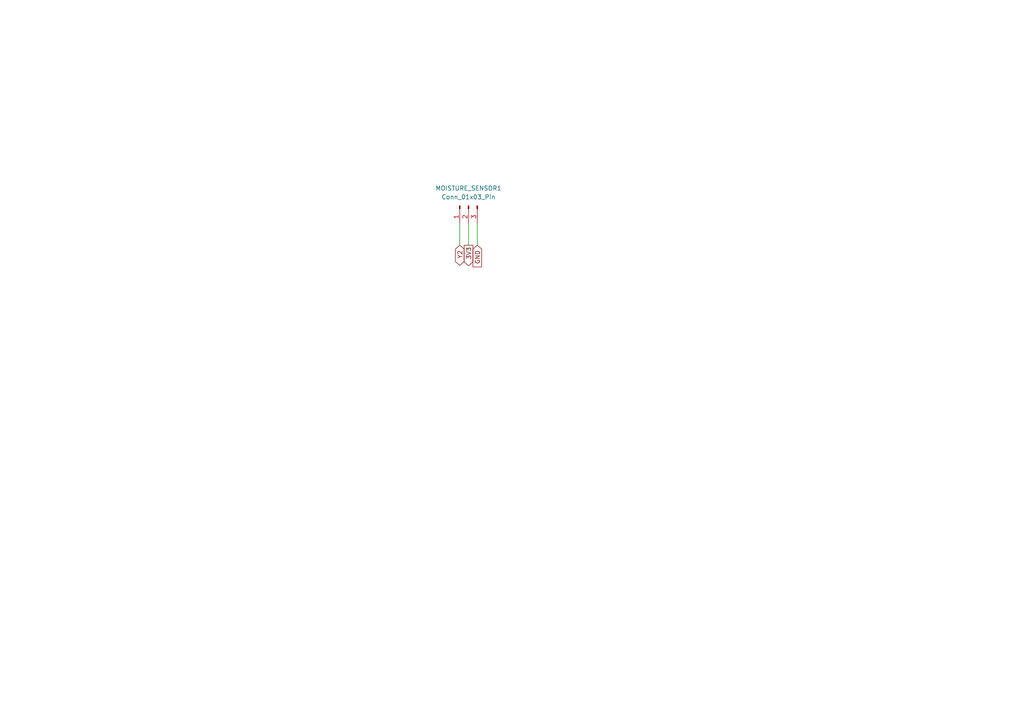
<source format=kicad_sch>
(kicad_sch (version 20231120) (generator "eeschema") (generator_version "8.0")
  (paper "A4")
  (lib_symbols
    (symbol "Connector:Conn_01x03_Pin" (pin_names (offset 1.016) hide)
      (property "Reference" "J" (at 0 5.08 0))
      (property "Value" "Conn_01x03_Pin" (at 0 -5.08 0))
      (symbol "Conn_01x03_Pin_1_1"
        (polyline (pts (xy 1.27 -2.54) (xy 0.8636 -2.54)) (stroke (width 0.1524)))
        (polyline (pts (xy 1.27 0) (xy 0.8636 0)) (stroke (width 0.1524)))
        (polyline (pts (xy 1.27 2.54) (xy 0.8636 2.54)) (stroke (width 0.1524)))
        (rectangle (start 0.8636 -2.413) (end 0 -2.667) (stroke (width 0.1524)) (fill (type outline)))
        (rectangle (start 0.8636 0.127) (end 0 -0.127) (stroke (width 0.1524)) (fill (type outline)))
        (rectangle (start 0.8636 2.667) (end 0 2.413) (stroke (width 0.1524)) (fill (type outline)))
        (pin passive line (at 5.08 2.54 180) (length 3.81) (name "Pin_1") (number "1"))
        (pin passive line (at 5.08 0 180) (length 3.81) (name "Pin_2") (number "2"))
        (pin passive line (at 5.08 -2.54 180) (length 3.81) (name "Pin_3") (number "3"))
      )
    )
  )
  (wire (pts (xy 133.35 64.77) (xy 133.35 71.12)))
  (wire (pts (xy 138.43 64.77) (xy 138.43 71.12)))
  (wire (pts (xy 135.89 64.77) (xy 135.89 71.12)))
  (global_label "GND" (shape input) (at 138.43 71.12 270) (property "Intersheetrefs" "${INTERSHEET_REFS}" (effects (hide yes))))
  (global_label "Y2" (shape bidirectional) (at 133.35 71.12 270) (property "Intersheetrefs" "${INTERSHEET_REFS}" (effects (hide yes))))
  (global_label "3V3" (shape output) (at 135.89 71.12 270) (property "Intersheetrefs" "${INTERSHEET_REFS}" (effects (hide yes))))
  (symbol (lib_id "Connector:Conn_01x03_Pin") (at 135.89 59.69 90) (mirror x) (unit 1)
    (property "Reference" "MOISTURE_SENSOR1" (at 135.89 54.61 90))
    (property "Value" "Conn_01x03_Pin" (at 135.89 57.15 90))
    (property "Footprint" "Connector_PinHeader_2.54mm:PinHeader_1x03_P2.54mm_Vertical_SMD_Pin1Left" (effects (hide yes)))
    (property "Description" "Generic connector, single row, 01x03, script generated" (effects (hide yes)))
  )
)
</source>
